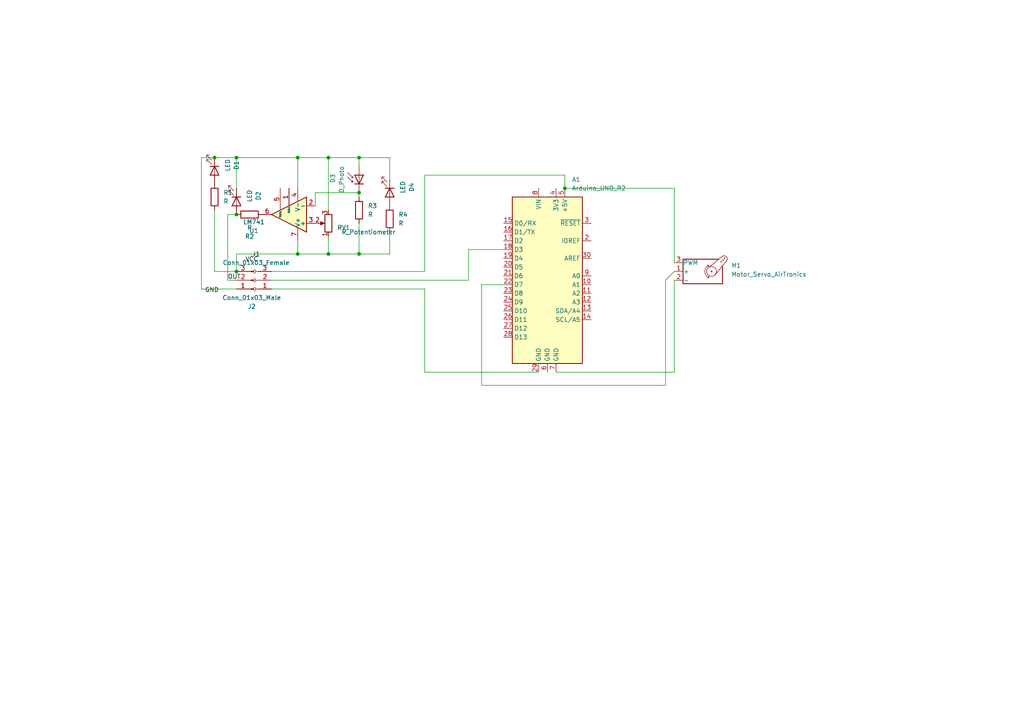
<source format=kicad_sch>
(kicad_sch (version 20211123) (generator eeschema)

  (uuid 4c9ec03f-e097-43db-a5c1-99d567358d87)

  (paper "A4")

  (lib_symbols
    (symbol "Amplifier_Operational:LM741" (pin_names (offset 0.127)) (in_bom yes) (on_board yes)
      (property "Reference" "U" (id 0) (at 0 6.35 0)
        (effects (font (size 1.27 1.27)) (justify left))
      )
      (property "Value" "LM741" (id 1) (at 0 3.81 0)
        (effects (font (size 1.27 1.27)) (justify left))
      )
      (property "Footprint" "" (id 2) (at 1.27 1.27 0)
        (effects (font (size 1.27 1.27)) hide)
      )
      (property "Datasheet" "http://www.ti.com/lit/ds/symlink/lm741.pdf" (id 3) (at 3.81 3.81 0)
        (effects (font (size 1.27 1.27)) hide)
      )
      (property "ki_keywords" "single opamp" (id 4) (at 0 0 0)
        (effects (font (size 1.27 1.27)) hide)
      )
      (property "ki_description" "Operational Amplifier, DIP-8/TO-99-8" (id 5) (at 0 0 0)
        (effects (font (size 1.27 1.27)) hide)
      )
      (property "ki_fp_filters" "SOIC*3.9x4.9mm*P1.27mm* DIP*W7.62mm* TSSOP*3x3mm*P0.65mm*" (id 6) (at 0 0 0)
        (effects (font (size 1.27 1.27)) hide)
      )
      (symbol "LM741_0_1"
        (polyline
          (pts
            (xy -5.08 5.08)
            (xy 5.08 0)
            (xy -5.08 -5.08)
            (xy -5.08 5.08)
          )
          (stroke (width 0.254) (type default) (color 0 0 0 0))
          (fill (type background))
        )
      )
      (symbol "LM741_1_1"
        (pin input line (at 0 -7.62 90) (length 5.08)
          (name "NULL" (effects (font (size 0.508 0.508))))
          (number "1" (effects (font (size 1.27 1.27))))
        )
        (pin input line (at -7.62 -2.54 0) (length 2.54)
          (name "-" (effects (font (size 1.27 1.27))))
          (number "2" (effects (font (size 1.27 1.27))))
        )
        (pin input line (at -7.62 2.54 0) (length 2.54)
          (name "+" (effects (font (size 1.27 1.27))))
          (number "3" (effects (font (size 1.27 1.27))))
        )
        (pin power_in line (at -2.54 -7.62 90) (length 3.81)
          (name "V-" (effects (font (size 1.27 1.27))))
          (number "4" (effects (font (size 1.27 1.27))))
        )
        (pin input line (at 2.54 -7.62 90) (length 6.35)
          (name "NULL" (effects (font (size 0.508 0.508))))
          (number "5" (effects (font (size 1.27 1.27))))
        )
        (pin output line (at 7.62 0 180) (length 2.54)
          (name "~" (effects (font (size 1.27 1.27))))
          (number "6" (effects (font (size 1.27 1.27))))
        )
        (pin power_in line (at -2.54 7.62 270) (length 3.81)
          (name "V+" (effects (font (size 1.27 1.27))))
          (number "7" (effects (font (size 1.27 1.27))))
        )
        (pin no_connect line (at 0 2.54 270) (length 2.54) hide
          (name "NC" (effects (font (size 1.27 1.27))))
          (number "8" (effects (font (size 1.27 1.27))))
        )
      )
    )
    (symbol "Connector:Conn_01x03_Female" (pin_names (offset 1.016) hide) (in_bom yes) (on_board yes)
      (property "Reference" "J" (id 0) (at 0 5.08 0)
        (effects (font (size 1.27 1.27)))
      )
      (property "Value" "Conn_01x03_Female" (id 1) (at 0 -5.08 0)
        (effects (font (size 1.27 1.27)))
      )
      (property "Footprint" "" (id 2) (at 0 0 0)
        (effects (font (size 1.27 1.27)) hide)
      )
      (property "Datasheet" "~" (id 3) (at 0 0 0)
        (effects (font (size 1.27 1.27)) hide)
      )
      (property "ki_keywords" "connector" (id 4) (at 0 0 0)
        (effects (font (size 1.27 1.27)) hide)
      )
      (property "ki_description" "Generic connector, single row, 01x03, script generated (kicad-library-utils/schlib/autogen/connector/)" (id 5) (at 0 0 0)
        (effects (font (size 1.27 1.27)) hide)
      )
      (property "ki_fp_filters" "Connector*:*_1x??_*" (id 6) (at 0 0 0)
        (effects (font (size 1.27 1.27)) hide)
      )
      (symbol "Conn_01x03_Female_1_1"
        (arc (start 0 -2.032) (mid -0.508 -2.54) (end 0 -3.048)
          (stroke (width 0.1524) (type default) (color 0 0 0 0))
          (fill (type none))
        )
        (polyline
          (pts
            (xy -1.27 -2.54)
            (xy -0.508 -2.54)
          )
          (stroke (width 0.1524) (type default) (color 0 0 0 0))
          (fill (type none))
        )
        (polyline
          (pts
            (xy -1.27 0)
            (xy -0.508 0)
          )
          (stroke (width 0.1524) (type default) (color 0 0 0 0))
          (fill (type none))
        )
        (polyline
          (pts
            (xy -1.27 2.54)
            (xy -0.508 2.54)
          )
          (stroke (width 0.1524) (type default) (color 0 0 0 0))
          (fill (type none))
        )
        (arc (start 0 0.508) (mid -0.508 0) (end 0 -0.508)
          (stroke (width 0.1524) (type default) (color 0 0 0 0))
          (fill (type none))
        )
        (arc (start 0 3.048) (mid -0.508 2.54) (end 0 2.032)
          (stroke (width 0.1524) (type default) (color 0 0 0 0))
          (fill (type none))
        )
        (pin passive line (at -5.08 2.54 0) (length 3.81)
          (name "Pin_1" (effects (font (size 1.27 1.27))))
          (number "1" (effects (font (size 1.27 1.27))))
        )
        (pin passive line (at -5.08 0 0) (length 3.81)
          (name "Pin_2" (effects (font (size 1.27 1.27))))
          (number "2" (effects (font (size 1.27 1.27))))
        )
        (pin passive line (at -5.08 -2.54 0) (length 3.81)
          (name "Pin_3" (effects (font (size 1.27 1.27))))
          (number "3" (effects (font (size 1.27 1.27))))
        )
      )
    )
    (symbol "Connector:Conn_01x03_Male" (pin_names (offset 1.016) hide) (in_bom yes) (on_board yes)
      (property "Reference" "J" (id 0) (at 0 5.08 0)
        (effects (font (size 1.27 1.27)))
      )
      (property "Value" "Conn_01x03_Male" (id 1) (at 0 -5.08 0)
        (effects (font (size 1.27 1.27)))
      )
      (property "Footprint" "" (id 2) (at 0 0 0)
        (effects (font (size 1.27 1.27)) hide)
      )
      (property "Datasheet" "~" (id 3) (at 0 0 0)
        (effects (font (size 1.27 1.27)) hide)
      )
      (property "ki_keywords" "connector" (id 4) (at 0 0 0)
        (effects (font (size 1.27 1.27)) hide)
      )
      (property "ki_description" "Generic connector, single row, 01x03, script generated (kicad-library-utils/schlib/autogen/connector/)" (id 5) (at 0 0 0)
        (effects (font (size 1.27 1.27)) hide)
      )
      (property "ki_fp_filters" "Connector*:*_1x??_*" (id 6) (at 0 0 0)
        (effects (font (size 1.27 1.27)) hide)
      )
      (symbol "Conn_01x03_Male_1_1"
        (polyline
          (pts
            (xy 1.27 -2.54)
            (xy 0.8636 -2.54)
          )
          (stroke (width 0.1524) (type default) (color 0 0 0 0))
          (fill (type none))
        )
        (polyline
          (pts
            (xy 1.27 0)
            (xy 0.8636 0)
          )
          (stroke (width 0.1524) (type default) (color 0 0 0 0))
          (fill (type none))
        )
        (polyline
          (pts
            (xy 1.27 2.54)
            (xy 0.8636 2.54)
          )
          (stroke (width 0.1524) (type default) (color 0 0 0 0))
          (fill (type none))
        )
        (rectangle (start 0.8636 -2.413) (end 0 -2.667)
          (stroke (width 0.1524) (type default) (color 0 0 0 0))
          (fill (type outline))
        )
        (rectangle (start 0.8636 0.127) (end 0 -0.127)
          (stroke (width 0.1524) (type default) (color 0 0 0 0))
          (fill (type outline))
        )
        (rectangle (start 0.8636 2.667) (end 0 2.413)
          (stroke (width 0.1524) (type default) (color 0 0 0 0))
          (fill (type outline))
        )
        (pin passive line (at 5.08 2.54 180) (length 3.81)
          (name "Pin_1" (effects (font (size 1.27 1.27))))
          (number "1" (effects (font (size 1.27 1.27))))
        )
        (pin passive line (at 5.08 0 180) (length 3.81)
          (name "Pin_2" (effects (font (size 1.27 1.27))))
          (number "2" (effects (font (size 1.27 1.27))))
        )
        (pin passive line (at 5.08 -2.54 180) (length 3.81)
          (name "Pin_3" (effects (font (size 1.27 1.27))))
          (number "3" (effects (font (size 1.27 1.27))))
        )
      )
    )
    (symbol "Device:D_Photo" (pin_numbers hide) (pin_names hide) (in_bom yes) (on_board yes)
      (property "Reference" "D" (id 0) (at 0.508 1.778 0)
        (effects (font (size 1.27 1.27)) (justify left))
      )
      (property "Value" "D_Photo" (id 1) (at -1.016 -2.794 0)
        (effects (font (size 1.27 1.27)))
      )
      (property "Footprint" "" (id 2) (at -1.27 0 0)
        (effects (font (size 1.27 1.27)) hide)
      )
      (property "Datasheet" "~" (id 3) (at -1.27 0 0)
        (effects (font (size 1.27 1.27)) hide)
      )
      (property "ki_keywords" "photodiode diode opto" (id 4) (at 0 0 0)
        (effects (font (size 1.27 1.27)) hide)
      )
      (property "ki_description" "Photodiode" (id 5) (at 0 0 0)
        (effects (font (size 1.27 1.27)) hide)
      )
      (symbol "D_Photo_0_1"
        (polyline
          (pts
            (xy -2.54 1.27)
            (xy -2.54 -1.27)
          )
          (stroke (width 0.254) (type default) (color 0 0 0 0))
          (fill (type none))
        )
        (polyline
          (pts
            (xy -2.032 1.778)
            (xy -1.524 1.778)
          )
          (stroke (width 0) (type default) (color 0 0 0 0))
          (fill (type none))
        )
        (polyline
          (pts
            (xy 0 0)
            (xy -2.54 0)
          )
          (stroke (width 0) (type default) (color 0 0 0 0))
          (fill (type none))
        )
        (polyline
          (pts
            (xy -0.508 3.302)
            (xy -2.032 1.778)
            (xy -2.032 2.286)
          )
          (stroke (width 0) (type default) (color 0 0 0 0))
          (fill (type none))
        )
        (polyline
          (pts
            (xy 0 -1.27)
            (xy 0 1.27)
            (xy -2.54 0)
            (xy 0 -1.27)
          )
          (stroke (width 0.254) (type default) (color 0 0 0 0))
          (fill (type none))
        )
        (polyline
          (pts
            (xy 0.762 3.302)
            (xy -0.762 1.778)
            (xy -0.762 2.286)
            (xy -0.762 1.778)
            (xy -0.254 1.778)
          )
          (stroke (width 0) (type default) (color 0 0 0 0))
          (fill (type none))
        )
      )
      (symbol "D_Photo_1_1"
        (pin passive line (at -5.08 0 0) (length 2.54)
          (name "K" (effects (font (size 1.27 1.27))))
          (number "1" (effects (font (size 1.27 1.27))))
        )
        (pin passive line (at 2.54 0 180) (length 2.54)
          (name "A" (effects (font (size 1.27 1.27))))
          (number "2" (effects (font (size 1.27 1.27))))
        )
      )
    )
    (symbol "Device:LED" (pin_numbers hide) (pin_names (offset 1.016) hide) (in_bom yes) (on_board yes)
      (property "Reference" "D" (id 0) (at 0 2.54 0)
        (effects (font (size 1.27 1.27)))
      )
      (property "Value" "LED" (id 1) (at 0 -2.54 0)
        (effects (font (size 1.27 1.27)))
      )
      (property "Footprint" "" (id 2) (at 0 0 0)
        (effects (font (size 1.27 1.27)) hide)
      )
      (property "Datasheet" "~" (id 3) (at 0 0 0)
        (effects (font (size 1.27 1.27)) hide)
      )
      (property "ki_keywords" "LED diode" (id 4) (at 0 0 0)
        (effects (font (size 1.27 1.27)) hide)
      )
      (property "ki_description" "Light emitting diode" (id 5) (at 0 0 0)
        (effects (font (size 1.27 1.27)) hide)
      )
      (property "ki_fp_filters" "LED* LED_SMD:* LED_THT:*" (id 6) (at 0 0 0)
        (effects (font (size 1.27 1.27)) hide)
      )
      (symbol "LED_0_1"
        (polyline
          (pts
            (xy -1.27 -1.27)
            (xy -1.27 1.27)
          )
          (stroke (width 0.254) (type default) (color 0 0 0 0))
          (fill (type none))
        )
        (polyline
          (pts
            (xy -1.27 0)
            (xy 1.27 0)
          )
          (stroke (width 0) (type default) (color 0 0 0 0))
          (fill (type none))
        )
        (polyline
          (pts
            (xy 1.27 -1.27)
            (xy 1.27 1.27)
            (xy -1.27 0)
            (xy 1.27 -1.27)
          )
          (stroke (width 0.254) (type default) (color 0 0 0 0))
          (fill (type none))
        )
        (polyline
          (pts
            (xy -3.048 -0.762)
            (xy -4.572 -2.286)
            (xy -3.81 -2.286)
            (xy -4.572 -2.286)
            (xy -4.572 -1.524)
          )
          (stroke (width 0) (type default) (color 0 0 0 0))
          (fill (type none))
        )
        (polyline
          (pts
            (xy -1.778 -0.762)
            (xy -3.302 -2.286)
            (xy -2.54 -2.286)
            (xy -3.302 -2.286)
            (xy -3.302 -1.524)
          )
          (stroke (width 0) (type default) (color 0 0 0 0))
          (fill (type none))
        )
      )
      (symbol "LED_1_1"
        (pin passive line (at -3.81 0 0) (length 2.54)
          (name "K" (effects (font (size 1.27 1.27))))
          (number "1" (effects (font (size 1.27 1.27))))
        )
        (pin passive line (at 3.81 0 180) (length 2.54)
          (name "A" (effects (font (size 1.27 1.27))))
          (number "2" (effects (font (size 1.27 1.27))))
        )
      )
    )
    (symbol "Device:R" (pin_numbers hide) (pin_names (offset 0)) (in_bom yes) (on_board yes)
      (property "Reference" "R" (id 0) (at 2.032 0 90)
        (effects (font (size 1.27 1.27)))
      )
      (property "Value" "R" (id 1) (at 0 0 90)
        (effects (font (size 1.27 1.27)))
      )
      (property "Footprint" "" (id 2) (at -1.778 0 90)
        (effects (font (size 1.27 1.27)) hide)
      )
      (property "Datasheet" "~" (id 3) (at 0 0 0)
        (effects (font (size 1.27 1.27)) hide)
      )
      (property "ki_keywords" "R res resistor" (id 4) (at 0 0 0)
        (effects (font (size 1.27 1.27)) hide)
      )
      (property "ki_description" "Resistor" (id 5) (at 0 0 0)
        (effects (font (size 1.27 1.27)) hide)
      )
      (property "ki_fp_filters" "R_*" (id 6) (at 0 0 0)
        (effects (font (size 1.27 1.27)) hide)
      )
      (symbol "R_0_1"
        (rectangle (start -1.016 -2.54) (end 1.016 2.54)
          (stroke (width 0.254) (type default) (color 0 0 0 0))
          (fill (type none))
        )
      )
      (symbol "R_1_1"
        (pin passive line (at 0 3.81 270) (length 1.27)
          (name "~" (effects (font (size 1.27 1.27))))
          (number "1" (effects (font (size 1.27 1.27))))
        )
        (pin passive line (at 0 -3.81 90) (length 1.27)
          (name "~" (effects (font (size 1.27 1.27))))
          (number "2" (effects (font (size 1.27 1.27))))
        )
      )
    )
    (symbol "Device:R_Potentiometer" (pin_names (offset 1.016) hide) (in_bom yes) (on_board yes)
      (property "Reference" "RV" (id 0) (at -4.445 0 90)
        (effects (font (size 1.27 1.27)))
      )
      (property "Value" "R_Potentiometer" (id 1) (at -2.54 0 90)
        (effects (font (size 1.27 1.27)))
      )
      (property "Footprint" "" (id 2) (at 0 0 0)
        (effects (font (size 1.27 1.27)) hide)
      )
      (property "Datasheet" "~" (id 3) (at 0 0 0)
        (effects (font (size 1.27 1.27)) hide)
      )
      (property "ki_keywords" "resistor variable" (id 4) (at 0 0 0)
        (effects (font (size 1.27 1.27)) hide)
      )
      (property "ki_description" "Potentiometer" (id 5) (at 0 0 0)
        (effects (font (size 1.27 1.27)) hide)
      )
      (property "ki_fp_filters" "Potentiometer*" (id 6) (at 0 0 0)
        (effects (font (size 1.27 1.27)) hide)
      )
      (symbol "R_Potentiometer_0_1"
        (polyline
          (pts
            (xy 2.54 0)
            (xy 1.524 0)
          )
          (stroke (width 0) (type default) (color 0 0 0 0))
          (fill (type none))
        )
        (polyline
          (pts
            (xy 1.143 0)
            (xy 2.286 0.508)
            (xy 2.286 -0.508)
            (xy 1.143 0)
          )
          (stroke (width 0) (type default) (color 0 0 0 0))
          (fill (type outline))
        )
        (rectangle (start 1.016 2.54) (end -1.016 -2.54)
          (stroke (width 0.254) (type default) (color 0 0 0 0))
          (fill (type none))
        )
      )
      (symbol "R_Potentiometer_1_1"
        (pin passive line (at 0 3.81 270) (length 1.27)
          (name "1" (effects (font (size 1.27 1.27))))
          (number "1" (effects (font (size 1.27 1.27))))
        )
        (pin passive line (at 3.81 0 180) (length 1.27)
          (name "2" (effects (font (size 1.27 1.27))))
          (number "2" (effects (font (size 1.27 1.27))))
        )
        (pin passive line (at 0 -3.81 90) (length 1.27)
          (name "3" (effects (font (size 1.27 1.27))))
          (number "3" (effects (font (size 1.27 1.27))))
        )
      )
    )
    (symbol "MCU_Module:Arduino_UNO_R2" (in_bom yes) (on_board yes)
      (property "Reference" "A" (id 0) (at -10.16 23.495 0)
        (effects (font (size 1.27 1.27)) (justify left bottom))
      )
      (property "Value" "Arduino_UNO_R2" (id 1) (at 5.08 -26.67 0)
        (effects (font (size 1.27 1.27)) (justify left top))
      )
      (property "Footprint" "Module:Arduino_UNO_R2" (id 2) (at 0 0 0)
        (effects (font (size 1.27 1.27) italic) hide)
      )
      (property "Datasheet" "https://www.arduino.cc/en/Main/arduinoBoardUno" (id 3) (at 0 0 0)
        (effects (font (size 1.27 1.27)) hide)
      )
      (property "ki_keywords" "Arduino UNO R3 Microcontroller Module Atmel AVR USB" (id 4) (at 0 0 0)
        (effects (font (size 1.27 1.27)) hide)
      )
      (property "ki_description" "Arduino UNO Microcontroller Module, release 2" (id 5) (at 0 0 0)
        (effects (font (size 1.27 1.27)) hide)
      )
      (property "ki_fp_filters" "Arduino*UNO*R2*" (id 6) (at 0 0 0)
        (effects (font (size 1.27 1.27)) hide)
      )
      (symbol "Arduino_UNO_R2_0_1"
        (rectangle (start -10.16 22.86) (end 10.16 -25.4)
          (stroke (width 0.254) (type default) (color 0 0 0 0))
          (fill (type background))
        )
      )
      (symbol "Arduino_UNO_R2_1_1"
        (pin no_connect line (at -10.16 -20.32 0) (length 2.54) hide
          (name "NC" (effects (font (size 1.27 1.27))))
          (number "1" (effects (font (size 1.27 1.27))))
        )
        (pin bidirectional line (at 12.7 -2.54 180) (length 2.54)
          (name "A1" (effects (font (size 1.27 1.27))))
          (number "10" (effects (font (size 1.27 1.27))))
        )
        (pin bidirectional line (at 12.7 -5.08 180) (length 2.54)
          (name "A2" (effects (font (size 1.27 1.27))))
          (number "11" (effects (font (size 1.27 1.27))))
        )
        (pin bidirectional line (at 12.7 -7.62 180) (length 2.54)
          (name "A3" (effects (font (size 1.27 1.27))))
          (number "12" (effects (font (size 1.27 1.27))))
        )
        (pin bidirectional line (at 12.7 -10.16 180) (length 2.54)
          (name "SDA/A4" (effects (font (size 1.27 1.27))))
          (number "13" (effects (font (size 1.27 1.27))))
        )
        (pin bidirectional line (at 12.7 -12.7 180) (length 2.54)
          (name "SCL/A5" (effects (font (size 1.27 1.27))))
          (number "14" (effects (font (size 1.27 1.27))))
        )
        (pin bidirectional line (at -12.7 15.24 0) (length 2.54)
          (name "D0/RX" (effects (font (size 1.27 1.27))))
          (number "15" (effects (font (size 1.27 1.27))))
        )
        (pin bidirectional line (at -12.7 12.7 0) (length 2.54)
          (name "D1/TX" (effects (font (size 1.27 1.27))))
          (number "16" (effects (font (size 1.27 1.27))))
        )
        (pin bidirectional line (at -12.7 10.16 0) (length 2.54)
          (name "D2" (effects (font (size 1.27 1.27))))
          (number "17" (effects (font (size 1.27 1.27))))
        )
        (pin bidirectional line (at -12.7 7.62 0) (length 2.54)
          (name "D3" (effects (font (size 1.27 1.27))))
          (number "18" (effects (font (size 1.27 1.27))))
        )
        (pin bidirectional line (at -12.7 5.08 0) (length 2.54)
          (name "D4" (effects (font (size 1.27 1.27))))
          (number "19" (effects (font (size 1.27 1.27))))
        )
        (pin output line (at 12.7 10.16 180) (length 2.54)
          (name "IOREF" (effects (font (size 1.27 1.27))))
          (number "2" (effects (font (size 1.27 1.27))))
        )
        (pin bidirectional line (at -12.7 2.54 0) (length 2.54)
          (name "D5" (effects (font (size 1.27 1.27))))
          (number "20" (effects (font (size 1.27 1.27))))
        )
        (pin bidirectional line (at -12.7 0 0) (length 2.54)
          (name "D6" (effects (font (size 1.27 1.27))))
          (number "21" (effects (font (size 1.27 1.27))))
        )
        (pin bidirectional line (at -12.7 -2.54 0) (length 2.54)
          (name "D7" (effects (font (size 1.27 1.27))))
          (number "22" (effects (font (size 1.27 1.27))))
        )
        (pin bidirectional line (at -12.7 -5.08 0) (length 2.54)
          (name "D8" (effects (font (size 1.27 1.27))))
          (number "23" (effects (font (size 1.27 1.27))))
        )
        (pin bidirectional line (at -12.7 -7.62 0) (length 2.54)
          (name "D9" (effects (font (size 1.27 1.27))))
          (number "24" (effects (font (size 1.27 1.27))))
        )
        (pin bidirectional line (at -12.7 -10.16 0) (length 2.54)
          (name "D10" (effects (font (size 1.27 1.27))))
          (number "25" (effects (font (size 1.27 1.27))))
        )
        (pin bidirectional line (at -12.7 -12.7 0) (length 2.54)
          (name "D11" (effects (font (size 1.27 1.27))))
          (number "26" (effects (font (size 1.27 1.27))))
        )
        (pin bidirectional line (at -12.7 -15.24 0) (length 2.54)
          (name "D12" (effects (font (size 1.27 1.27))))
          (number "27" (effects (font (size 1.27 1.27))))
        )
        (pin bidirectional line (at -12.7 -17.78 0) (length 2.54)
          (name "D13" (effects (font (size 1.27 1.27))))
          (number "28" (effects (font (size 1.27 1.27))))
        )
        (pin power_in line (at -2.54 -27.94 90) (length 2.54)
          (name "GND" (effects (font (size 1.27 1.27))))
          (number "29" (effects (font (size 1.27 1.27))))
        )
        (pin input line (at 12.7 15.24 180) (length 2.54)
          (name "~{RESET}" (effects (font (size 1.27 1.27))))
          (number "3" (effects (font (size 1.27 1.27))))
        )
        (pin input line (at 12.7 5.08 180) (length 2.54)
          (name "AREF" (effects (font (size 1.27 1.27))))
          (number "30" (effects (font (size 1.27 1.27))))
        )
        (pin power_out line (at 2.54 25.4 270) (length 2.54)
          (name "3V3" (effects (font (size 1.27 1.27))))
          (number "4" (effects (font (size 1.27 1.27))))
        )
        (pin power_out line (at 5.08 25.4 270) (length 2.54)
          (name "+5V" (effects (font (size 1.27 1.27))))
          (number "5" (effects (font (size 1.27 1.27))))
        )
        (pin power_in line (at 0 -27.94 90) (length 2.54)
          (name "GND" (effects (font (size 1.27 1.27))))
          (number "6" (effects (font (size 1.27 1.27))))
        )
        (pin power_in line (at 2.54 -27.94 90) (length 2.54)
          (name "GND" (effects (font (size 1.27 1.27))))
          (number "7" (effects (font (size 1.27 1.27))))
        )
        (pin power_in line (at -2.54 25.4 270) (length 2.54)
          (name "VIN" (effects (font (size 1.27 1.27))))
          (number "8" (effects (font (size 1.27 1.27))))
        )
        (pin bidirectional line (at 12.7 0 180) (length 2.54)
          (name "A0" (effects (font (size 1.27 1.27))))
          (number "9" (effects (font (size 1.27 1.27))))
        )
      )
    )
    (symbol "Motor:Motor_Servo_AirTronics" (pin_names (offset 0.0254)) (in_bom yes) (on_board yes)
      (property "Reference" "M" (id 0) (at -5.08 4.445 0)
        (effects (font (size 1.27 1.27)) (justify left))
      )
      (property "Value" "Motor_Servo_AirTronics" (id 1) (at -5.08 -4.064 0)
        (effects (font (size 1.27 1.27)) (justify left top))
      )
      (property "Footprint" "" (id 2) (at 0 -4.826 0)
        (effects (font (size 1.27 1.27)) hide)
      )
      (property "Datasheet" "http://forums.parallax.com/uploads/attachments/46831/74481.png" (id 3) (at 0 -4.826 0)
        (effects (font (size 1.27 1.27)) hide)
      )
      (property "ki_keywords" "Servo Motor" (id 4) (at 0 0 0)
        (effects (font (size 1.27 1.27)) hide)
      )
      (property "ki_description" "Servo Motor (AirTronics connector)" (id 5) (at 0 0 0)
        (effects (font (size 1.27 1.27)) hide)
      )
      (property "ki_fp_filters" "PinHeader*P2.54mm*" (id 6) (at 0 0 0)
        (effects (font (size 1.27 1.27)) hide)
      )
      (symbol "Motor_Servo_AirTronics_0_1"
        (polyline
          (pts
            (xy 2.413 -1.778)
            (xy 2.032 -1.778)
          )
          (stroke (width 0) (type default) (color 0 0 0 0))
          (fill (type none))
        )
        (polyline
          (pts
            (xy 2.413 -1.778)
            (xy 2.286 -1.397)
          )
          (stroke (width 0) (type default) (color 0 0 0 0))
          (fill (type none))
        )
        (polyline
          (pts
            (xy 2.413 1.778)
            (xy 1.905 1.778)
          )
          (stroke (width 0) (type default) (color 0 0 0 0))
          (fill (type none))
        )
        (polyline
          (pts
            (xy 2.413 1.778)
            (xy 2.286 1.397)
          )
          (stroke (width 0) (type default) (color 0 0 0 0))
          (fill (type none))
        )
        (polyline
          (pts
            (xy 6.35 4.445)
            (xy 2.54 1.27)
          )
          (stroke (width 0) (type default) (color 0 0 0 0))
          (fill (type none))
        )
        (polyline
          (pts
            (xy 7.62 3.175)
            (xy 4.191 -1.016)
          )
          (stroke (width 0) (type default) (color 0 0 0 0))
          (fill (type none))
        )
        (polyline
          (pts
            (xy 6.35 1.524)
            (xy 6.35 -3.556)
            (xy -5.08 -3.556)
            (xy -5.08 3.556)
            (xy 5.08 3.556)
          )
          (stroke (width 0.254) (type default) (color 0 0 0 0))
          (fill (type none))
        )
        (arc (start 2.413 1.778) (mid 1.2406 0) (end 2.413 -1.778)
          (stroke (width 0) (type default) (color 0 0 0 0))
          (fill (type none))
        )
        (circle (center 3.175 0) (radius 0.1778)
          (stroke (width 0) (type default) (color 0 0 0 0))
          (fill (type none))
        )
        (circle (center 3.175 0) (radius 1.4224)
          (stroke (width 0) (type default) (color 0 0 0 0))
          (fill (type none))
        )
        (circle (center 5.969 2.794) (radius 0.127)
          (stroke (width 0) (type default) (color 0 0 0 0))
          (fill (type none))
        )
        (circle (center 6.477 3.302) (radius 0.127)
          (stroke (width 0) (type default) (color 0 0 0 0))
          (fill (type none))
        )
        (circle (center 6.985 3.81) (radius 0.127)
          (stroke (width 0) (type default) (color 0 0 0 0))
          (fill (type none))
        )
        (arc (start 7.62 3.175) (mid 7.4485 4.2735) (end 6.35 4.445)
          (stroke (width 0) (type default) (color 0 0 0 0))
          (fill (type none))
        )
      )
      (symbol "Motor_Servo_AirTronics_1_1"
        (pin passive line (at -7.62 0 0) (length 2.54)
          (name "+" (effects (font (size 1.27 1.27))))
          (number "1" (effects (font (size 1.27 1.27))))
        )
        (pin passive line (at -7.62 -2.54 0) (length 2.54)
          (name "-" (effects (font (size 1.27 1.27))))
          (number "2" (effects (font (size 1.27 1.27))))
        )
        (pin passive line (at -7.62 2.54 0) (length 2.54)
          (name "PWM" (effects (font (size 1.27 1.27))))
          (number "3" (effects (font (size 1.27 1.27))))
        )
      )
    )
  )


  (junction (at 95.25 73.66) (diameter 0) (color 0 0 0 0)
    (uuid 07faedf3-5aad-41db-9f6d-3e29da341306)
  )
  (junction (at 104.14 45.72) (diameter 0) (color 0 0 0 0)
    (uuid 328616f9-e94a-40df-a433-b7ee921bd0f6)
  )
  (junction (at 104.14 73.66) (diameter 0) (color 0 0 0 0)
    (uuid 575e253d-bcba-4460-a03f-f704cf84efa0)
  )
  (junction (at 62.23 45.72) (diameter 0) (color 0 0 0 0)
    (uuid 6b9d11d4-d377-4b98-b952-4a6e511b898b)
  )
  (junction (at 104.14 55.88) (diameter 0) (color 0 0 0 0)
    (uuid 74d78dff-5419-47bc-ba9a-2ac676bf9697)
  )
  (junction (at 68.58 45.72) (diameter 0) (color 0 0 0 0)
    (uuid 8fa03bd9-971a-4469-a477-563fa0d6a4a8)
  )
  (junction (at 68.58 62.23) (diameter 0) (color 0 0 0 0)
    (uuid d43f3f00-085e-4448-bdad-96b9b815eda2)
  )
  (junction (at 86.36 73.66) (diameter 0) (color 0 0 0 0)
    (uuid d8fec86a-77b1-43a6-93e1-b49db11131fc)
  )
  (junction (at 95.25 45.72) (diameter 0) (color 0 0 0 0)
    (uuid dbe836c3-f20d-4a8e-b88c-7e1a993d941d)
  )
  (junction (at 163.83 54.61) (diameter 0) (color 0 0 0 0)
    (uuid dc383f72-27d3-44ff-94be-e98959b6644b)
  )
  (junction (at 86.36 45.72) (diameter 0) (color 0 0 0 0)
    (uuid dc6d7671-8a77-4a7b-82b3-1087efdfbf1f)
  )
  (junction (at 68.58 78.74) (diameter 0) (color 0 0 0 0)
    (uuid f36c490d-2e37-441c-af15-d6444443c4b3)
  )

  (wire (pts (xy 68.58 54.61) (xy 68.58 45.72))
    (stroke (width 0) (type default) (color 0 0 0 0))
    (uuid 00fb35b7-0d27-40de-ae6c-e676f89b14d0)
  )
  (wire (pts (xy 163.83 50.8) (xy 163.83 54.61))
    (stroke (width 0) (type default) (color 0 0 0 0))
    (uuid 082e6b9c-37e5-45c5-97ac-12606432e394)
  )
  (wire (pts (xy 195.58 54.61) (xy 163.83 54.61))
    (stroke (width 0) (type default) (color 0 0 0 0))
    (uuid 13ecc32a-dea3-4581-bc8e-f99160abb2c6)
  )
  (wire (pts (xy 86.36 54.61) (xy 86.36 45.72))
    (stroke (width 0) (type default) (color 0 0 0 0))
    (uuid 1e793568-4f80-4a17-ae5f-13224cd2061a)
  )
  (wire (pts (xy 104.14 45.72) (xy 95.25 45.72))
    (stroke (width 0) (type default) (color 0 0 0 0))
    (uuid 20004b41-5539-4e9d-b6d8-705fba1164ed)
  )
  (wire (pts (xy 146.05 72.39) (xy 135.89 72.39))
    (stroke (width 0) (type default) (color 0 0 0 0))
    (uuid 2c03d940-b1e4-4746-9a9e-89500d491920)
  )
  (wire (pts (xy 193.04 81.28) (xy 193.04 111.76))
    (stroke (width 0) (type default) (color 0 0 0 0))
    (uuid 311ff12d-31e3-480e-9629-cbf99de20f14)
  )
  (wire (pts (xy 123.19 50.8) (xy 163.83 50.8))
    (stroke (width 0) (type default) (color 0 0 0 0))
    (uuid 45682292-f5ad-4ce8-b8ef-ecd14da8a929)
  )
  (wire (pts (xy 91.44 59.69) (xy 91.44 55.88))
    (stroke (width 0) (type default) (color 0 0 0 0))
    (uuid 4a045da9-be1c-4ebf-8d94-2e6d70841797)
  )
  (wire (pts (xy 66.04 62.23) (xy 68.58 62.23))
    (stroke (width 0) (type default) (color 0 0 0 0))
    (uuid 4b2cee4b-0c43-4e17-a095-e9329642ec24)
  )
  (wire (pts (xy 113.03 45.72) (xy 104.14 45.72))
    (stroke (width 0) (type default) (color 0 0 0 0))
    (uuid 4f404525-4655-4f21-8383-00980dfaf8b4)
  )
  (wire (pts (xy 139.7 111.76) (xy 139.7 82.55))
    (stroke (width 0) (type default) (color 0 0 0 0))
    (uuid 4fa0a77e-a201-49c7-a092-29a6c4996171)
  )
  (wire (pts (xy 195.58 107.95) (xy 161.29 107.95))
    (stroke (width 0) (type default) (color 0 0 0 0))
    (uuid 519c9013-692d-4f14-b7a0-bf81ca5f54b1)
  )
  (wire (pts (xy 62.23 78.74) (xy 62.23 60.96))
    (stroke (width 0) (type default) (color 0 0 0 0))
    (uuid 524921e6-6e3f-4b22-8851-1e3834eb8b30)
  )
  (wire (pts (xy 58.42 45.72) (xy 58.42 83.82))
    (stroke (width 0) (type default) (color 0 0 0 0))
    (uuid 578de4dd-03d0-4048-91b6-384401eaa499)
  )
  (wire (pts (xy 113.03 67.31) (xy 113.03 73.66))
    (stroke (width 0) (type default) (color 0 0 0 0))
    (uuid 57c24247-30c9-4e31-a806-53b314629c63)
  )
  (wire (pts (xy 78.74 81.28) (xy 135.89 81.28))
    (stroke (width 0) (type default) (color 0 0 0 0))
    (uuid 592b8e07-e2b1-43b1-b65a-1b295ffaadc7)
  )
  (wire (pts (xy 113.03 73.66) (xy 104.14 73.66))
    (stroke (width 0) (type default) (color 0 0 0 0))
    (uuid 5a857920-08f8-4f4b-be05-886e4505562d)
  )
  (wire (pts (xy 123.19 83.82) (xy 123.19 107.95))
    (stroke (width 0) (type default) (color 0 0 0 0))
    (uuid 5d0d2cb6-e013-446c-be48-3b55fc6dacb6)
  )
  (wire (pts (xy 95.25 68.58) (xy 95.25 73.66))
    (stroke (width 0) (type default) (color 0 0 0 0))
    (uuid 5f92e0a0-2f48-4d9b-87bd-f40fa34d4ec9)
  )
  (wire (pts (xy 139.7 82.55) (xy 146.05 82.55))
    (stroke (width 0) (type default) (color 0 0 0 0))
    (uuid 61dbb2be-b461-4b0e-a460-92babaf605b3)
  )
  (wire (pts (xy 104.14 57.15) (xy 104.14 55.88))
    (stroke (width 0) (type default) (color 0 0 0 0))
    (uuid 6c8f4bc8-b91b-4e03-9a82-b599608e247e)
  )
  (wire (pts (xy 113.03 52.07) (xy 113.03 45.72))
    (stroke (width 0) (type default) (color 0 0 0 0))
    (uuid 751ef7dc-e1fe-40d8-9eea-89915baad5ed)
  )
  (wire (pts (xy 95.25 60.96) (xy 95.25 45.72))
    (stroke (width 0) (type default) (color 0 0 0 0))
    (uuid 78fdb474-c68e-4686-a0ea-888e3d5811f3)
  )
  (wire (pts (xy 123.19 107.95) (xy 156.21 107.95))
    (stroke (width 0) (type default) (color 0 0 0 0))
    (uuid 818432dc-e906-476c-b125-5eb98dd73f7d)
  )
  (wire (pts (xy 193.04 111.76) (xy 139.7 111.76))
    (stroke (width 0) (type default) (color 0 0 0 0))
    (uuid 89e42370-de23-4141-9144-68b893022e5a)
  )
  (wire (pts (xy 68.58 73.66) (xy 68.58 78.74))
    (stroke (width 0) (type default) (color 0 0 0 0))
    (uuid 8b5c9a80-9992-490a-ae37-eefdba495dd1)
  )
  (wire (pts (xy 123.19 50.8) (xy 123.19 78.74))
    (stroke (width 0) (type default) (color 0 0 0 0))
    (uuid 8eefa4d2-202b-445d-8123-2dbc91dcd9c6)
  )
  (wire (pts (xy 68.58 78.74) (xy 62.23 78.74))
    (stroke (width 0) (type default) (color 0 0 0 0))
    (uuid 8fd9ed8a-6b47-493a-b6ca-d7e579828cbe)
  )
  (wire (pts (xy 78.74 78.74) (xy 123.19 78.74))
    (stroke (width 0) (type default) (color 0 0 0 0))
    (uuid 9ac4789f-e3c3-476f-98bb-ddc62df883d9)
  )
  (wire (pts (xy 86.36 73.66) (xy 86.36 69.85))
    (stroke (width 0) (type default) (color 0 0 0 0))
    (uuid a8d1c8dc-a0f8-42e9-b42d-658b523230f7)
  )
  (wire (pts (xy 104.14 73.66) (xy 95.25 73.66))
    (stroke (width 0) (type default) (color 0 0 0 0))
    (uuid ab2c6149-d147-4471-bed0-8b5881d8dce0)
  )
  (wire (pts (xy 104.14 73.66) (xy 104.14 64.77))
    (stroke (width 0) (type default) (color 0 0 0 0))
    (uuid aee1ebfd-0028-429c-851b-df570c95fb80)
  )
  (wire (pts (xy 78.74 83.82) (xy 123.19 83.82))
    (stroke (width 0) (type default) (color 0 0 0 0))
    (uuid b1aea8b9-3d6a-4b78-8603-033ec5292e6e)
  )
  (wire (pts (xy 104.14 48.26) (xy 104.14 45.72))
    (stroke (width 0) (type default) (color 0 0 0 0))
    (uuid b1f64472-8b15-4e90-a3bd-edd352c489bd)
  )
  (wire (pts (xy 193.04 81.28) (xy 195.58 78.74))
    (stroke (width 0) (type default) (color 0 0 0 0))
    (uuid b546030d-951d-4dfb-b0b8-5ab8c42380fb)
  )
  (wire (pts (xy 86.36 45.72) (xy 68.58 45.72))
    (stroke (width 0) (type default) (color 0 0 0 0))
    (uuid b7dcde6f-8da3-4b04-b568-ec3965718307)
  )
  (wire (pts (xy 68.58 45.72) (xy 62.23 45.72))
    (stroke (width 0) (type default) (color 0 0 0 0))
    (uuid bbd40297-854a-4354-9627-19829812da99)
  )
  (wire (pts (xy 66.04 81.28) (xy 66.04 62.23))
    (stroke (width 0) (type default) (color 0 0 0 0))
    (uuid bcd6646c-f222-4277-8915-16b257b1ed21)
  )
  (wire (pts (xy 104.14 55.88) (xy 91.44 55.88))
    (stroke (width 0) (type default) (color 0 0 0 0))
    (uuid c932e20a-d0b6-4981-ac64-4dfbaf088974)
  )
  (wire (pts (xy 195.58 76.2) (xy 195.58 54.61))
    (stroke (width 0) (type default) (color 0 0 0 0))
    (uuid c9a6201c-ff2a-40e3-b9c4-01a4822360e6)
  )
  (wire (pts (xy 68.58 81.28) (xy 66.04 81.28))
    (stroke (width 0) (type default) (color 0 0 0 0))
    (uuid ca94be9a-f418-470d-b201-aa317d785b0b)
  )
  (wire (pts (xy 58.42 83.82) (xy 68.58 83.82))
    (stroke (width 0) (type default) (color 0 0 0 0))
    (uuid d1656e97-555d-46b7-bcf6-f30820cdb407)
  )
  (wire (pts (xy 86.36 73.66) (xy 68.58 73.66))
    (stroke (width 0) (type default) (color 0 0 0 0))
    (uuid d3b4273a-cada-4230-a4f2-7f90deff99de)
  )
  (wire (pts (xy 62.23 45.72) (xy 58.42 45.72))
    (stroke (width 0) (type default) (color 0 0 0 0))
    (uuid e11c45fa-cdf7-4d17-8506-e3c7084f43ae)
  )
  (wire (pts (xy 95.25 73.66) (xy 86.36 73.66))
    (stroke (width 0) (type default) (color 0 0 0 0))
    (uuid e9b843e2-2932-4a8a-9967-937f77922b0c)
  )
  (wire (pts (xy 195.58 81.28) (xy 195.58 107.95))
    (stroke (width 0) (type default) (color 0 0 0 0))
    (uuid f3fc4e67-ab3a-4aec-8321-05fa54f0cb54)
  )
  (wire (pts (xy 135.89 72.39) (xy 135.89 81.28))
    (stroke (width 0) (type default) (color 0 0 0 0))
    (uuid fa1316b8-95a1-4559-8995-c50d391a6962)
  )
  (wire (pts (xy 95.25 45.72) (xy 86.36 45.72))
    (stroke (width 0) (type default) (color 0 0 0 0))
    (uuid fbea5e7a-537b-4da7-9237-5ecb231110b9)
  )

  (label "OUT" (at 69.85 81.28 180)
    (effects (font (size 1.27 1.27)) (justify right bottom))
    (uuid 1d209c01-26d3-4199-9083-da73ff714ee3)
  )
  (label "VCC" (at 74.93 76.2 180)
    (effects (font (size 1.27 1.27)) (justify right bottom))
    (uuid 5f22f86e-ce92-4368-b509-8eaf4b7d5416)
  )
  (label "GND" (at 63.5 85.09 180)
    (effects (font (size 1.27 1.27)) (justify right bottom))
    (uuid fe5da181-f232-4834-9d58-9c154f9b4c51)
  )

  (symbol (lib_id "Device:LED") (at 113.03 55.88 270) (unit 1)
    (in_bom yes) (on_board yes) (fields_autoplaced)
    (uuid 191cb2a2-779b-40a8-adcf-22bbb64644c1)
    (property "Reference" "D4" (id 0) (at 119.38 54.2925 0))
    (property "Value" "LED" (id 1) (at 116.84 54.2925 0))
    (property "Footprint" "LED_SMD:LED-APA102-2020" (id 2) (at 113.03 55.88 0)
      (effects (font (size 1.27 1.27)) hide)
    )
    (property "Datasheet" "~" (id 3) (at 113.03 55.88 0)
      (effects (font (size 1.27 1.27)) hide)
    )
    (pin "1" (uuid 0c5c0e6f-9a49-4a66-996b-bf3028825e8e))
    (pin "2" (uuid 4f608494-fa96-473f-987f-c7bb331e4c43))
  )

  (symbol (lib_id "MCU_Module:Arduino_UNO_R2") (at 158.75 80.01 0) (unit 1)
    (in_bom yes) (on_board yes) (fields_autoplaced)
    (uuid 196688c7-52ad-43dc-94f5-6448df844dbc)
    (property "Reference" "A1" (id 0) (at 165.8494 52.07 0)
      (effects (font (size 1.27 1.27)) (justify left))
    )
    (property "Value" "Arduino_UNO_R2" (id 1) (at 165.8494 54.61 0)
      (effects (font (size 1.27 1.27)) (justify left))
    )
    (property "Footprint" "Module:Arduino_UNO_R2" (id 2) (at 158.75 80.01 0)
      (effects (font (size 1.27 1.27) italic) hide)
    )
    (property "Datasheet" "https://www.arduino.cc/en/Main/arduinoBoardUno" (id 3) (at 158.75 80.01 0)
      (effects (font (size 1.27 1.27)) hide)
    )
    (pin "1" (uuid 34bbfe1d-193b-41ca-8b2d-ab5fe50f1858))
    (pin "10" (uuid 340927d0-27ea-464b-b5bf-05948f96b7b3))
    (pin "11" (uuid 1abdb793-51c9-4e14-8d7a-2d912118a7d4))
    (pin "12" (uuid e8ca64df-00a3-4449-bcdf-dd0505bdb18e))
    (pin "13" (uuid 446c1ed2-7219-4716-bf7b-0e46623026ef))
    (pin "14" (uuid 6e7248f3-145a-46ca-a8ff-c10eecf31ffb))
    (pin "15" (uuid cc0e7840-5029-4b22-8259-97c9c37bd9f2))
    (pin "16" (uuid 8c4c550e-b488-494b-93ff-e9d22e35627b))
    (pin "17" (uuid af41080b-401e-4536-94fa-9facafd873c4))
    (pin "18" (uuid 5928c7dc-fd26-4322-b820-a0c12c71adde))
    (pin "19" (uuid a9b2b5a5-e7cf-42df-80ab-0b426ad76ebc))
    (pin "2" (uuid 705662cc-df79-428c-a507-3d9d03ac2cba))
    (pin "20" (uuid 5e52d56e-67e8-4495-9351-678441fce5dd))
    (pin "21" (uuid acc66ecc-1bc3-4b4b-93ed-f97ac0dbce58))
    (pin "22" (uuid b7e33c3b-de41-4449-a48b-535816ae49b9))
    (pin "23" (uuid 0fe7a043-9c3a-4f76-9280-a40108decb7a))
    (pin "24" (uuid 956af685-5112-4e22-a04d-045958a753f2))
    (pin "25" (uuid 3cd5a4d4-e8d3-4899-b837-57ef171b2515))
    (pin "26" (uuid 18d5e6cd-c7e5-4ae6-857d-38fb930cf0da))
    (pin "27" (uuid 4ae5071c-99f0-4be0-af3f-318258291f66))
    (pin "28" (uuid 9263220d-8262-4cb3-b65c-9b20a8b5aa95))
    (pin "29" (uuid 09e10ee8-dc2a-4f94-a755-ae7d634f674e))
    (pin "3" (uuid 9794a4fb-db0b-45d0-990a-625525a660ac))
    (pin "30" (uuid 2908f443-35d7-48dc-b553-33efdaf71cb5))
    (pin "4" (uuid 6726b8b3-2956-407f-b698-b59a3672dff8))
    (pin "5" (uuid af038f4d-72c3-498d-9c71-93ae7b0375af))
    (pin "6" (uuid 7f9a071d-eecf-4772-8731-f39cc9f7cb6f))
    (pin "7" (uuid 6e6994ed-c81d-4159-bea9-2a4f5eb3e7e7))
    (pin "8" (uuid bc572e1e-c91f-4bdd-9dc9-feb87e47f19c))
    (pin "9" (uuid 02b406e6-d086-4bec-a144-48c099dd561d))
  )

  (symbol (lib_id "Connector:Conn_01x03_Female") (at 73.66 81.28 180) (unit 1)
    (in_bom yes) (on_board yes) (fields_autoplaced)
    (uuid 1e1f4775-791c-4de9-86f1-176e6ab04a40)
    (property "Reference" "J1" (id 0) (at 74.295 73.66 0))
    (property "Value" "Conn_01x03_Female" (id 1) (at 74.295 76.2 0))
    (property "Footprint" "Connector_Phoenix_GMSTB:PhoenixContact_GMSTBA_2,5_2-G-7,62_1x02_P7.62mm_Horizontal" (id 2) (at 73.66 81.28 0)
      (effects (font (size 1.27 1.27)) hide)
    )
    (property "Datasheet" "~" (id 3) (at 73.66 81.28 0)
      (effects (font (size 1.27 1.27)) hide)
    )
    (pin "1" (uuid 5a497b7f-d91c-475d-b210-88e23158c3ce))
    (pin "2" (uuid 9207f709-c1af-48c8-b6bc-72c63bb87c71))
    (pin "3" (uuid b8c929b7-857b-49f2-bc40-6e6eaeae1e58))
  )

  (symbol (lib_id "Device:R") (at 104.14 60.96 0) (unit 1)
    (in_bom yes) (on_board yes) (fields_autoplaced)
    (uuid 21b63d34-5c22-4000-8dd8-38df429516b5)
    (property "Reference" "R3" (id 0) (at 106.68 59.6899 0)
      (effects (font (size 1.27 1.27)) (justify left))
    )
    (property "Value" "R" (id 1) (at 106.68 62.2299 0)
      (effects (font (size 1.27 1.27)) (justify left))
    )
    (property "Footprint" "Resistor_SMD:R_0201_0603Metric" (id 2) (at 102.362 60.96 90)
      (effects (font (size 1.27 1.27)) hide)
    )
    (property "Datasheet" "~" (id 3) (at 104.14 60.96 0)
      (effects (font (size 1.27 1.27)) hide)
    )
    (pin "1" (uuid d32d7601-b7c2-4872-8b1b-d415b52dbd74))
    (pin "2" (uuid a51d375d-913a-4513-b50d-83c88b99b4d1))
  )

  (symbol (lib_id "Amplifier_Operational:LM741") (at 83.82 62.23 180) (unit 1)
    (in_bom yes) (on_board yes) (fields_autoplaced)
    (uuid 4d4e2b06-35a8-4f28-9d7e-0889bd13ed99)
    (property "Reference" "U1" (id 0) (at 73.66 66.929 0))
    (property "Value" "LM741" (id 1) (at 73.66 64.389 0))
    (property "Footprint" "Package_TO_SOT_SMD:HVSOF6" (id 2) (at 82.55 63.5 0)
      (effects (font (size 1.27 1.27)) hide)
    )
    (property "Datasheet" "http://www.ti.com/lit/ds/symlink/lm741.pdf" (id 3) (at 80.01 66.04 0)
      (effects (font (size 1.27 1.27)) hide)
    )
    (pin "1" (uuid 3efeeb12-1dce-4c2e-a2e2-47fd0cf0082c))
    (pin "2" (uuid cdee153d-583c-4341-a4b2-abe7f05951ec))
    (pin "3" (uuid 1f7ba152-71e9-4d29-85a1-b8fafdd12ee5))
    (pin "4" (uuid 0c892873-d2e1-4476-8ffd-7360c8a542ee))
    (pin "5" (uuid 53fd73fe-ec9c-402a-b7f9-37d43d2e5519))
    (pin "6" (uuid de56335b-5b13-47cd-b176-2547152216fc))
    (pin "7" (uuid c8ba6607-b950-44b9-bcc4-583b37616297))
    (pin "8" (uuid 36d107aa-c47b-4061-b34e-348a8b2fc580))
  )

  (symbol (lib_id "Device:R") (at 72.39 62.23 270) (unit 1)
    (in_bom yes) (on_board yes) (fields_autoplaced)
    (uuid 6dfd0e3c-4f3a-4837-a575-b2452398664c)
    (property "Reference" "R2" (id 0) (at 72.39 68.58 90))
    (property "Value" "R" (id 1) (at 72.39 66.04 90))
    (property "Footprint" "Resistor_SMD:R_0201_0603Metric" (id 2) (at 72.39 60.452 90)
      (effects (font (size 1.27 1.27)) hide)
    )
    (property "Datasheet" "~" (id 3) (at 72.39 62.23 0)
      (effects (font (size 1.27 1.27)) hide)
    )
    (pin "1" (uuid f7cd78b7-5ae2-4f5e-a29f-1d5dcb0cbef0))
    (pin "2" (uuid 081693ca-bf44-453d-907d-f7ecb2205cd5))
  )

  (symbol (lib_id "Device:LED") (at 68.58 58.42 270) (unit 1)
    (in_bom yes) (on_board yes) (fields_autoplaced)
    (uuid 7f1cdbbe-3dba-474f-a32c-f1c2d9db6090)
    (property "Reference" "D2" (id 0) (at 74.93 56.8325 0))
    (property "Value" "LED" (id 1) (at 72.39 56.8325 0))
    (property "Footprint" "LED_SMD:LED-APA102-2020" (id 2) (at 68.58 58.42 0)
      (effects (font (size 1.27 1.27)) hide)
    )
    (property "Datasheet" "~" (id 3) (at 68.58 58.42 0)
      (effects (font (size 1.27 1.27)) hide)
    )
    (pin "1" (uuid 5f844ed8-3348-4e67-abf7-8e40bc80fb64))
    (pin "2" (uuid ba7683e0-787b-4a9a-bc81-71745d0cfeb2))
  )

  (symbol (lib_id "Device:D_Photo") (at 104.14 50.8 90) (unit 1)
    (in_bom yes) (on_board yes)
    (uuid 7f9a8a1f-1dba-4ca5-abda-f7e2061cac5c)
    (property "Reference" "D3" (id 0) (at 96.52 51.7525 0))
    (property "Value" "D_Photo" (id 1) (at 99.06 52.07 0))
    (property "Footprint" "OptoDevice:Everlight_ITR8307" (id 2) (at 104.14 52.07 0)
      (effects (font (size 1.27 1.27)) hide)
    )
    (property "Datasheet" "~" (id 3) (at 104.14 52.07 0)
      (effects (font (size 1.27 1.27)) hide)
    )
    (pin "1" (uuid 6f9cb5ef-32df-4def-b125-51835f30bf7e))
    (pin "2" (uuid 3be25e08-4b8f-4738-b863-cd118f80262d))
  )

  (symbol (lib_id "Device:LED") (at 62.23 49.53 270) (unit 1)
    (in_bom yes) (on_board yes) (fields_autoplaced)
    (uuid 84cddc0c-9ca9-4a7b-9670-112aa50c3d7e)
    (property "Reference" "D1" (id 0) (at 68.58 47.9425 0))
    (property "Value" "LED" (id 1) (at 66.04 47.9425 0))
    (property "Footprint" "LED_SMD:LED-APA102-2020" (id 2) (at 62.23 49.53 0)
      (effects (font (size 1.27 1.27)) hide)
    )
    (property "Datasheet" "~" (id 3) (at 62.23 49.53 0)
      (effects (font (size 1.27 1.27)) hide)
    )
    (pin "1" (uuid 63a752ce-df9f-4c75-9948-99bd07219fba))
    (pin "2" (uuid 017873a0-6abb-4b4f-8a7a-1fce9652413b))
  )

  (symbol (lib_id "Connector:Conn_01x03_Male") (at 73.66 81.28 180) (unit 1)
    (in_bom yes) (on_board yes) (fields_autoplaced)
    (uuid 9a0aa5e8-b680-41f9-b842-fce359685375)
    (property "Reference" "J2" (id 0) (at 73.025 88.9 0))
    (property "Value" "Conn_01x03_Male" (id 1) (at 73.025 86.36 0))
    (property "Footprint" "Connector_Phoenix_GMSTB:PhoenixContact_GMSTBA_2,5_2-G-7,62_1x02_P7.62mm_Horizontal" (id 2) (at 73.66 81.28 0)
      (effects (font (size 1.27 1.27)) hide)
    )
    (property "Datasheet" "~" (id 3) (at 73.66 81.28 0)
      (effects (font (size 1.27 1.27)) hide)
    )
    (pin "1" (uuid d860bf61-633e-4ff9-98d1-8da27384ba92))
    (pin "2" (uuid e60a9cff-d4bd-41ba-9b77-f93d9c4b247d))
    (pin "3" (uuid c87bee3a-a389-4bd4-998d-43b8aca88d4c))
  )

  (symbol (lib_id "Device:R") (at 113.03 63.5 0) (unit 1)
    (in_bom yes) (on_board yes) (fields_autoplaced)
    (uuid b2fd1abd-8c3e-4dbd-ae5e-cadeaf815c84)
    (property "Reference" "R4" (id 0) (at 115.57 62.2299 0)
      (effects (font (size 1.27 1.27)) (justify left))
    )
    (property "Value" "R" (id 1) (at 115.57 64.7699 0)
      (effects (font (size 1.27 1.27)) (justify left))
    )
    (property "Footprint" "Resistor_SMD:R_0201_0603Metric" (id 2) (at 111.252 63.5 90)
      (effects (font (size 1.27 1.27)) hide)
    )
    (property "Datasheet" "~" (id 3) (at 113.03 63.5 0)
      (effects (font (size 1.27 1.27)) hide)
    )
    (pin "1" (uuid 75ef2cfe-b252-40cc-abd6-57b5ecff390a))
    (pin "2" (uuid dc86a359-66c7-4a05-abdc-fcf44d853c15))
  )

  (symbol (lib_id "Device:R_Potentiometer") (at 95.25 64.77 180) (unit 1)
    (in_bom yes) (on_board yes)
    (uuid bf421ef3-ddf7-4aaa-a64f-30ce6070e86a)
    (property "Reference" "RV1" (id 0) (at 97.79 66.0401 0)
      (effects (font (size 1.27 1.27)) (justify right))
    )
    (property "Value" "R_Potentiometer" (id 1) (at 99.06 67.3101 0)
      (effects (font (size 1.27 1.27)) (justify right))
    )
    (property "Footprint" "Resistor_SMD:R_2512_6332Metric_Pad1.40x3.35mm_HandSolder" (id 2) (at 95.25 64.77 0)
      (effects (font (size 1.27 1.27)) hide)
    )
    (property "Datasheet" "~" (id 3) (at 95.25 64.77 0)
      (effects (font (size 1.27 1.27)) hide)
    )
    (pin "1" (uuid 762583f3-74f1-48a9-977f-7ea1fdec79c3))
    (pin "2" (uuid 106a64b7-f0da-497d-8ed3-61297b8941d0))
    (pin "3" (uuid cb9a950a-ce29-4172-8c17-f528efc8cadd))
  )

  (symbol (lib_id "Motor:Motor_Servo_AirTronics") (at 203.2 78.74 0) (unit 1)
    (in_bom yes) (on_board yes) (fields_autoplaced)
    (uuid c0acf10c-ce03-447d-b381-5ff30bc29985)
    (property "Reference" "M1" (id 0) (at 212.09 77.0365 0)
      (effects (font (size 1.27 1.27)) (justify left))
    )
    (property "Value" "Motor_Servo_AirTronics" (id 1) (at 212.09 79.5765 0)
      (effects (font (size 1.27 1.27)) (justify left))
    )
    (property "Footprint" "OptoDevice:Everlight_ITR8307" (id 2) (at 203.2 83.566 0)
      (effects (font (size 1.27 1.27)) hide)
    )
    (property "Datasheet" "http://forums.parallax.com/uploads/attachments/46831/74481.png" (id 3) (at 203.2 83.566 0)
      (effects (font (size 1.27 1.27)) hide)
    )
    (pin "1" (uuid 1e423ddd-7254-43ea-ba98-bb4013f4cc02))
    (pin "2" (uuid fce8e75b-c523-4f27-af4f-790b37bba14e))
    (pin "3" (uuid b64ff050-b363-4ae6-a9f8-3c18b5f4b61f))
  )

  (symbol (lib_id "Device:R") (at 62.23 57.15 0) (unit 1)
    (in_bom yes) (on_board yes) (fields_autoplaced)
    (uuid eb47c240-cc36-4fa9-85ad-a087fcce1512)
    (property "Reference" "R1" (id 0) (at 64.77 55.8799 0)
      (effects (font (size 1.27 1.27)) (justify left))
    )
    (property "Value" "R" (id 1) (at 64.77 58.4199 0)
      (effects (font (size 1.27 1.27)) (justify left))
    )
    (property "Footprint" "Resistor_SMD:R_0201_0603Metric" (id 2) (at 60.452 57.15 90)
      (effects (font (size 1.27 1.27)) hide)
    )
    (property "Datasheet" "~" (id 3) (at 62.23 57.15 0)
      (effects (font (size 1.27 1.27)) hide)
    )
    (pin "1" (uuid a732022c-5116-4574-936d-f2c8b202e623))
    (pin "2" (uuid ac959ca0-d09c-4483-8086-2a948b6ef542))
  )

  (sheet_instances
    (path "/" (page "1"))
  )

  (symbol_instances
    (path "/196688c7-52ad-43dc-94f5-6448df844dbc"
      (reference "A1") (unit 1) (value "Arduino_UNO_R2") (footprint "Module:Arduino_UNO_R2")
    )
    (path "/84cddc0c-9ca9-4a7b-9670-112aa50c3d7e"
      (reference "D1") (unit 1) (value "LED") (footprint "LED_SMD:LED-APA102-2020")
    )
    (path "/7f1cdbbe-3dba-474f-a32c-f1c2d9db6090"
      (reference "D2") (unit 1) (value "LED") (footprint "LED_SMD:LED-APA102-2020")
    )
    (path "/7f9a8a1f-1dba-4ca5-abda-f7e2061cac5c"
      (reference "D3") (unit 1) (value "D_Photo") (footprint "OptoDevice:Everlight_ITR8307")
    )
    (path "/191cb2a2-779b-40a8-adcf-22bbb64644c1"
      (reference "D4") (unit 1) (value "LED") (footprint "LED_SMD:LED-APA102-2020")
    )
    (path "/1e1f4775-791c-4de9-86f1-176e6ab04a40"
      (reference "J1") (unit 1) (value "Conn_01x03_Female") (footprint "Connector_Phoenix_GMSTB:PhoenixContact_GMSTBA_2,5_2-G-7,62_1x02_P7.62mm_Horizontal")
    )
    (path "/9a0aa5e8-b680-41f9-b842-fce359685375"
      (reference "J2") (unit 1) (value "Conn_01x03_Male") (footprint "Connector_Phoenix_GMSTB:PhoenixContact_GMSTBA_2,5_2-G-7,62_1x02_P7.62mm_Horizontal")
    )
    (path "/c0acf10c-ce03-447d-b381-5ff30bc29985"
      (reference "M1") (unit 1) (value "Motor_Servo_AirTronics") (footprint "OptoDevice:Everlight_ITR8307")
    )
    (path "/eb47c240-cc36-4fa9-85ad-a087fcce1512"
      (reference "R1") (unit 1) (value "R") (footprint "Resistor_SMD:R_0201_0603Metric")
    )
    (path "/6dfd0e3c-4f3a-4837-a575-b2452398664c"
      (reference "R2") (unit 1) (value "R") (footprint "Resistor_SMD:R_0201_0603Metric")
    )
    (path "/21b63d34-5c22-4000-8dd8-38df429516b5"
      (reference "R3") (unit 1) (value "R") (footprint "Resistor_SMD:R_0201_0603Metric")
    )
    (path "/b2fd1abd-8c3e-4dbd-ae5e-cadeaf815c84"
      (reference "R4") (unit 1) (value "R") (footprint "Resistor_SMD:R_0201_0603Metric")
    )
    (path "/bf421ef3-ddf7-4aaa-a64f-30ce6070e86a"
      (reference "RV1") (unit 1) (value "R_Potentiometer") (footprint "Resistor_SMD:R_2512_6332Metric_Pad1.40x3.35mm_HandSolder")
    )
    (path "/4d4e2b06-35a8-4f28-9d7e-0889bd13ed99"
      (reference "U1") (unit 1) (value "LM741") (footprint "Package_TO_SOT_SMD:HVSOF6")
    )
  )
)

</source>
